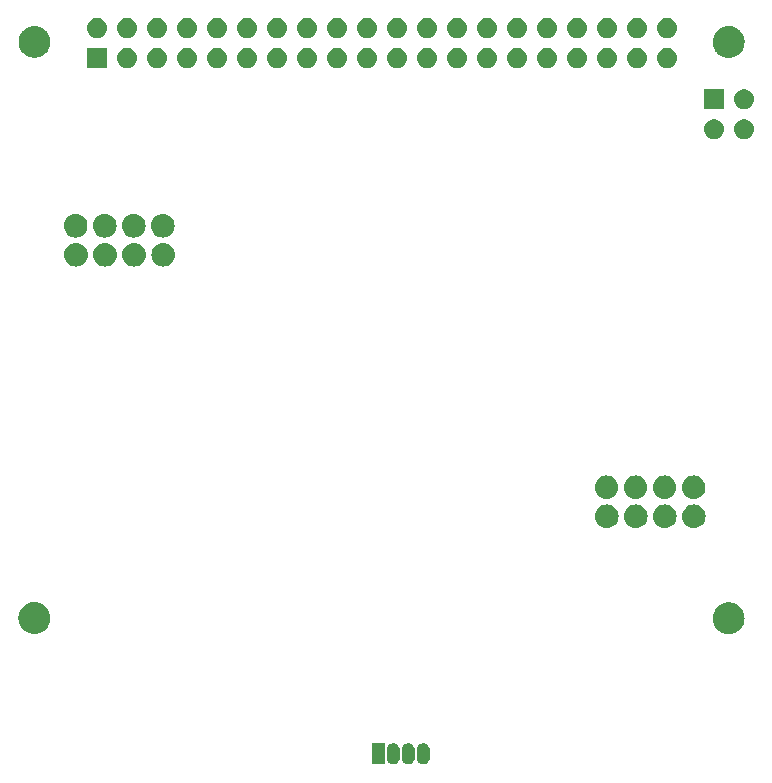
<source format=gbr>
G04 #@! TF.GenerationSoftware,KiCad,Pcbnew,8.0.2*
G04 #@! TF.CreationDate,2024-06-19T11:25:55-04:00*
G04 #@! TF.ProjectId,StringsVR-PiHat,53747269-6e67-4735-9652-2d5069486174,1*
G04 #@! TF.SameCoordinates,Original*
G04 #@! TF.FileFunction,Soldermask,Bot*
G04 #@! TF.FilePolarity,Negative*
%FSLAX46Y46*%
G04 Gerber Fmt 4.6, Leading zero omitted, Abs format (unit mm)*
G04 Created by KiCad (PCBNEW 8.0.2) date 2024-06-19 11:25:55*
%MOMM*%
%LPD*%
G01*
G04 APERTURE LIST*
G04 APERTURE END LIST*
G36*
X147755000Y-136110000D02*
G01*
X146685000Y-136110000D01*
X146685000Y-134310000D01*
X147755000Y-134310000D01*
X147755000Y-136110000D01*
G37*
G36*
X148694736Y-134350724D02*
G01*
X148815687Y-134420556D01*
X148914444Y-134519313D01*
X148984276Y-134640264D01*
X149020423Y-134775168D01*
X149025000Y-135575000D01*
X149020423Y-135644832D01*
X148984276Y-135779736D01*
X148914444Y-135900687D01*
X148815687Y-135999444D01*
X148694736Y-136069276D01*
X148559832Y-136105423D01*
X148420168Y-136105423D01*
X148285264Y-136069276D01*
X148164313Y-135999444D01*
X148065556Y-135900687D01*
X147995724Y-135779736D01*
X147959577Y-135644832D01*
X147955000Y-134845000D01*
X147959577Y-134775168D01*
X147995724Y-134640264D01*
X148065556Y-134519313D01*
X148164313Y-134420556D01*
X148285264Y-134350724D01*
X148420168Y-134314577D01*
X148559832Y-134314577D01*
X148694736Y-134350724D01*
G37*
G36*
X149964736Y-134350724D02*
G01*
X150085687Y-134420556D01*
X150184444Y-134519313D01*
X150254276Y-134640264D01*
X150290423Y-134775168D01*
X150295000Y-135575000D01*
X150290423Y-135644832D01*
X150254276Y-135779736D01*
X150184444Y-135900687D01*
X150085687Y-135999444D01*
X149964736Y-136069276D01*
X149829832Y-136105423D01*
X149690168Y-136105423D01*
X149555264Y-136069276D01*
X149434313Y-135999444D01*
X149335556Y-135900687D01*
X149265724Y-135779736D01*
X149229577Y-135644832D01*
X149225000Y-134845000D01*
X149229577Y-134775168D01*
X149265724Y-134640264D01*
X149335556Y-134519313D01*
X149434313Y-134420556D01*
X149555264Y-134350724D01*
X149690168Y-134314577D01*
X149829832Y-134314577D01*
X149964736Y-134350724D01*
G37*
G36*
X151234736Y-134350724D02*
G01*
X151355687Y-134420556D01*
X151454444Y-134519313D01*
X151524276Y-134640264D01*
X151560423Y-134775168D01*
X151565000Y-135575000D01*
X151560423Y-135644832D01*
X151524276Y-135779736D01*
X151454444Y-135900687D01*
X151355687Y-135999444D01*
X151234736Y-136069276D01*
X151099832Y-136105423D01*
X150960168Y-136105423D01*
X150825264Y-136069276D01*
X150704313Y-135999444D01*
X150605556Y-135900687D01*
X150535724Y-135779736D01*
X150499577Y-135644832D01*
X150495000Y-134845000D01*
X150499577Y-134775168D01*
X150535724Y-134640264D01*
X150605556Y-134519313D01*
X150704313Y-134420556D01*
X150825264Y-134350724D01*
X150960168Y-134314577D01*
X151099832Y-134314577D01*
X151234736Y-134350724D01*
G37*
G36*
X176935046Y-122384816D02*
G01*
X176991463Y-122384816D01*
X177053643Y-122395192D01*
X177114425Y-122400510D01*
X177162160Y-122413300D01*
X177211356Y-122421510D01*
X177277346Y-122444164D01*
X177341727Y-122461415D01*
X177381163Y-122479804D01*
X177422205Y-122493894D01*
X177489643Y-122530389D01*
X177555000Y-122560866D01*
X177585765Y-122582407D01*
X177618267Y-122599997D01*
X177684427Y-122651492D01*
X177747763Y-122695840D01*
X177770086Y-122718163D01*
X177794190Y-122736924D01*
X177856107Y-122804184D01*
X177914160Y-122862237D01*
X177928813Y-122883164D01*
X177945178Y-122900941D01*
X177999776Y-122984510D01*
X178049134Y-123055000D01*
X178057372Y-123072666D01*
X178067109Y-123087570D01*
X178111298Y-123188312D01*
X178148585Y-123268273D01*
X178152057Y-123281234D01*
X178156657Y-123291719D01*
X178187460Y-123413359D01*
X178209490Y-123495575D01*
X178210128Y-123502873D01*
X178211384Y-123507831D01*
X178226103Y-123685467D01*
X178230000Y-123730000D01*
X178226103Y-123774536D01*
X178211384Y-123952168D01*
X178210128Y-123957125D01*
X178209490Y-123964425D01*
X178187455Y-124046657D01*
X178156657Y-124168280D01*
X178152058Y-124178763D01*
X178148585Y-124191727D01*
X178111291Y-124271703D01*
X178067109Y-124372429D01*
X178057373Y-124387330D01*
X178049134Y-124405000D01*
X177999767Y-124475503D01*
X177945178Y-124559058D01*
X177928816Y-124576831D01*
X177914160Y-124597763D01*
X177856096Y-124655826D01*
X177794190Y-124723075D01*
X177770090Y-124741832D01*
X177747763Y-124764160D01*
X177684414Y-124808516D01*
X177618267Y-124860002D01*
X177585771Y-124877587D01*
X177555000Y-124899134D01*
X177489629Y-124929616D01*
X177422205Y-124966105D01*
X177381171Y-124980191D01*
X177341727Y-124998585D01*
X177277333Y-125015839D01*
X177211356Y-125038489D01*
X177162168Y-125046697D01*
X177114425Y-125059490D01*
X177053639Y-125064808D01*
X176991463Y-125075184D01*
X176935046Y-125075184D01*
X176880000Y-125080000D01*
X176824954Y-125075184D01*
X176768537Y-125075184D01*
X176706359Y-125064808D01*
X176645575Y-125059490D01*
X176597832Y-125046697D01*
X176548643Y-125038489D01*
X176482662Y-125015837D01*
X176418273Y-124998585D01*
X176378831Y-124980193D01*
X176337794Y-124966105D01*
X176270362Y-124929613D01*
X176205000Y-124899134D01*
X176174232Y-124877590D01*
X176141732Y-124860002D01*
X176075575Y-124808509D01*
X176012237Y-124764160D01*
X175989912Y-124741835D01*
X175965809Y-124723075D01*
X175903891Y-124655814D01*
X175845840Y-124597763D01*
X175831186Y-124576835D01*
X175814821Y-124559058D01*
X175760217Y-124475482D01*
X175710866Y-124405000D01*
X175702628Y-124387335D01*
X175692890Y-124372429D01*
X175648692Y-124271667D01*
X175611415Y-124191727D01*
X175607942Y-124178769D01*
X175603342Y-124168280D01*
X175572525Y-124046589D01*
X175550510Y-123964425D01*
X175549871Y-123957131D01*
X175548615Y-123952168D01*
X175533877Y-123774320D01*
X175530000Y-123730000D01*
X175533877Y-123685683D01*
X175548615Y-123507831D01*
X175549871Y-123502867D01*
X175550510Y-123495575D01*
X175572521Y-123413427D01*
X175603342Y-123291719D01*
X175607943Y-123281228D01*
X175611415Y-123268273D01*
X175648684Y-123188348D01*
X175692890Y-123087570D01*
X175702630Y-123072661D01*
X175710866Y-123055000D01*
X175760208Y-122984531D01*
X175814821Y-122900941D01*
X175831189Y-122883159D01*
X175845840Y-122862237D01*
X175903879Y-122804197D01*
X175965809Y-122736924D01*
X175989917Y-122718159D01*
X176012237Y-122695840D01*
X176075562Y-122651499D01*
X176141732Y-122599997D01*
X176174238Y-122582405D01*
X176205000Y-122560866D01*
X176270349Y-122530392D01*
X176337794Y-122493894D01*
X176378839Y-122479803D01*
X176418273Y-122461415D01*
X176482648Y-122444165D01*
X176548643Y-122421510D01*
X176597840Y-122413300D01*
X176645575Y-122400510D01*
X176706355Y-122395192D01*
X176768537Y-122384816D01*
X176824954Y-122384816D01*
X176880000Y-122380000D01*
X176935046Y-122384816D01*
G37*
G36*
X118155046Y-122364816D02*
G01*
X118211463Y-122364816D01*
X118273643Y-122375192D01*
X118334425Y-122380510D01*
X118382160Y-122393300D01*
X118431356Y-122401510D01*
X118497346Y-122424164D01*
X118561727Y-122441415D01*
X118601163Y-122459804D01*
X118642205Y-122473894D01*
X118709643Y-122510389D01*
X118775000Y-122540866D01*
X118805765Y-122562407D01*
X118838267Y-122579997D01*
X118904427Y-122631492D01*
X118967763Y-122675840D01*
X118990086Y-122698163D01*
X119014190Y-122716924D01*
X119076107Y-122784184D01*
X119134160Y-122842237D01*
X119148813Y-122863164D01*
X119165178Y-122880941D01*
X119219776Y-122964510D01*
X119269134Y-123035000D01*
X119277372Y-123052666D01*
X119287109Y-123067570D01*
X119331298Y-123168312D01*
X119368585Y-123248273D01*
X119372057Y-123261234D01*
X119376657Y-123271719D01*
X119407460Y-123393359D01*
X119429490Y-123475575D01*
X119430128Y-123482873D01*
X119431384Y-123487831D01*
X119446103Y-123665467D01*
X119450000Y-123710000D01*
X119446103Y-123754536D01*
X119431384Y-123932168D01*
X119430128Y-123937125D01*
X119429490Y-123944425D01*
X119407455Y-124026657D01*
X119376657Y-124148280D01*
X119372058Y-124158763D01*
X119368585Y-124171727D01*
X119331291Y-124251703D01*
X119287109Y-124352429D01*
X119277373Y-124367330D01*
X119269134Y-124385000D01*
X119219767Y-124455503D01*
X119165178Y-124539058D01*
X119148816Y-124556831D01*
X119134160Y-124577763D01*
X119076096Y-124635826D01*
X119014190Y-124703075D01*
X118990090Y-124721832D01*
X118967763Y-124744160D01*
X118904414Y-124788516D01*
X118838267Y-124840002D01*
X118805771Y-124857587D01*
X118775000Y-124879134D01*
X118709629Y-124909616D01*
X118642205Y-124946105D01*
X118601171Y-124960191D01*
X118561727Y-124978585D01*
X118497333Y-124995839D01*
X118431356Y-125018489D01*
X118382168Y-125026697D01*
X118334425Y-125039490D01*
X118273639Y-125044808D01*
X118211463Y-125055184D01*
X118155046Y-125055184D01*
X118100000Y-125060000D01*
X118044954Y-125055184D01*
X117988537Y-125055184D01*
X117926359Y-125044808D01*
X117865575Y-125039490D01*
X117817832Y-125026697D01*
X117768643Y-125018489D01*
X117702662Y-124995837D01*
X117638273Y-124978585D01*
X117598831Y-124960193D01*
X117557794Y-124946105D01*
X117490362Y-124909613D01*
X117425000Y-124879134D01*
X117394232Y-124857590D01*
X117361732Y-124840002D01*
X117295575Y-124788509D01*
X117232237Y-124744160D01*
X117209912Y-124721835D01*
X117185809Y-124703075D01*
X117123891Y-124635814D01*
X117065840Y-124577763D01*
X117051186Y-124556835D01*
X117034821Y-124539058D01*
X116980217Y-124455482D01*
X116930866Y-124385000D01*
X116922628Y-124367335D01*
X116912890Y-124352429D01*
X116868692Y-124251667D01*
X116831415Y-124171727D01*
X116827942Y-124158769D01*
X116823342Y-124148280D01*
X116792525Y-124026589D01*
X116770510Y-123944425D01*
X116769871Y-123937131D01*
X116768615Y-123932168D01*
X116753877Y-123754320D01*
X116750000Y-123710000D01*
X116753877Y-123665683D01*
X116768615Y-123487831D01*
X116769871Y-123482867D01*
X116770510Y-123475575D01*
X116792521Y-123393427D01*
X116823342Y-123271719D01*
X116827943Y-123261228D01*
X116831415Y-123248273D01*
X116868684Y-123168348D01*
X116912890Y-123067570D01*
X116922630Y-123052661D01*
X116930866Y-123035000D01*
X116980208Y-122964531D01*
X117034821Y-122880941D01*
X117051189Y-122863159D01*
X117065840Y-122842237D01*
X117123879Y-122784197D01*
X117185809Y-122716924D01*
X117209917Y-122698159D01*
X117232237Y-122675840D01*
X117295562Y-122631499D01*
X117361732Y-122579997D01*
X117394238Y-122562405D01*
X117425000Y-122540866D01*
X117490349Y-122510392D01*
X117557794Y-122473894D01*
X117598839Y-122459803D01*
X117638273Y-122441415D01*
X117702648Y-122424165D01*
X117768643Y-122401510D01*
X117817840Y-122393300D01*
X117865575Y-122380510D01*
X117926355Y-122375192D01*
X117988537Y-122364816D01*
X118044954Y-122364816D01*
X118100000Y-122360000D01*
X118155046Y-122364816D01*
G37*
G36*
X166755090Y-114129215D02*
G01*
X166942683Y-114186120D01*
X167115570Y-114278530D01*
X167267107Y-114402893D01*
X167391470Y-114554430D01*
X167483880Y-114727317D01*
X167540785Y-114914910D01*
X167560000Y-115110000D01*
X167540785Y-115305090D01*
X167483880Y-115492683D01*
X167391470Y-115665570D01*
X167267107Y-115817107D01*
X167115570Y-115941470D01*
X166942683Y-116033880D01*
X166755090Y-116090785D01*
X166560000Y-116110000D01*
X166364910Y-116090785D01*
X166177317Y-116033880D01*
X166004430Y-115941470D01*
X165852893Y-115817107D01*
X165728530Y-115665570D01*
X165636120Y-115492683D01*
X165579215Y-115305090D01*
X165560000Y-115110000D01*
X165579215Y-114914910D01*
X165636120Y-114727317D01*
X165728530Y-114554430D01*
X165852893Y-114402893D01*
X166004430Y-114278530D01*
X166177317Y-114186120D01*
X166364910Y-114129215D01*
X166560000Y-114110000D01*
X166755090Y-114129215D01*
G37*
G36*
X169215090Y-114129215D02*
G01*
X169402683Y-114186120D01*
X169575570Y-114278530D01*
X169727107Y-114402893D01*
X169851470Y-114554430D01*
X169943880Y-114727317D01*
X170000785Y-114914910D01*
X170020000Y-115110000D01*
X170000785Y-115305090D01*
X169943880Y-115492683D01*
X169851470Y-115665570D01*
X169727107Y-115817107D01*
X169575570Y-115941470D01*
X169402683Y-116033880D01*
X169215090Y-116090785D01*
X169020000Y-116110000D01*
X168824910Y-116090785D01*
X168637317Y-116033880D01*
X168464430Y-115941470D01*
X168312893Y-115817107D01*
X168188530Y-115665570D01*
X168096120Y-115492683D01*
X168039215Y-115305090D01*
X168020000Y-115110000D01*
X168039215Y-114914910D01*
X168096120Y-114727317D01*
X168188530Y-114554430D01*
X168312893Y-114402893D01*
X168464430Y-114278530D01*
X168637317Y-114186120D01*
X168824910Y-114129215D01*
X169020000Y-114110000D01*
X169215090Y-114129215D01*
G37*
G36*
X171675090Y-114129215D02*
G01*
X171862683Y-114186120D01*
X172035570Y-114278530D01*
X172187107Y-114402893D01*
X172311470Y-114554430D01*
X172403880Y-114727317D01*
X172460785Y-114914910D01*
X172480000Y-115110000D01*
X172460785Y-115305090D01*
X172403880Y-115492683D01*
X172311470Y-115665570D01*
X172187107Y-115817107D01*
X172035570Y-115941470D01*
X171862683Y-116033880D01*
X171675090Y-116090785D01*
X171480000Y-116110000D01*
X171284910Y-116090785D01*
X171097317Y-116033880D01*
X170924430Y-115941470D01*
X170772893Y-115817107D01*
X170648530Y-115665570D01*
X170556120Y-115492683D01*
X170499215Y-115305090D01*
X170480000Y-115110000D01*
X170499215Y-114914910D01*
X170556120Y-114727317D01*
X170648530Y-114554430D01*
X170772893Y-114402893D01*
X170924430Y-114278530D01*
X171097317Y-114186120D01*
X171284910Y-114129215D01*
X171480000Y-114110000D01*
X171675090Y-114129215D01*
G37*
G36*
X174135090Y-114129215D02*
G01*
X174322683Y-114186120D01*
X174495570Y-114278530D01*
X174647107Y-114402893D01*
X174771470Y-114554430D01*
X174863880Y-114727317D01*
X174920785Y-114914910D01*
X174940000Y-115110000D01*
X174920785Y-115305090D01*
X174863880Y-115492683D01*
X174771470Y-115665570D01*
X174647107Y-115817107D01*
X174495570Y-115941470D01*
X174322683Y-116033880D01*
X174135090Y-116090785D01*
X173940000Y-116110000D01*
X173744910Y-116090785D01*
X173557317Y-116033880D01*
X173384430Y-115941470D01*
X173232893Y-115817107D01*
X173108530Y-115665570D01*
X173016120Y-115492683D01*
X172959215Y-115305090D01*
X172940000Y-115110000D01*
X172959215Y-114914910D01*
X173016120Y-114727317D01*
X173108530Y-114554430D01*
X173232893Y-114402893D01*
X173384430Y-114278530D01*
X173557317Y-114186120D01*
X173744910Y-114129215D01*
X173940000Y-114110000D01*
X174135090Y-114129215D01*
G37*
G36*
X166735090Y-111669215D02*
G01*
X166922683Y-111726120D01*
X167095570Y-111818530D01*
X167247107Y-111942893D01*
X167371470Y-112094430D01*
X167463880Y-112267317D01*
X167520785Y-112454910D01*
X167540000Y-112650000D01*
X167520785Y-112845090D01*
X167463880Y-113032683D01*
X167371470Y-113205570D01*
X167247107Y-113357107D01*
X167095570Y-113481470D01*
X166922683Y-113573880D01*
X166735090Y-113630785D01*
X166540000Y-113650000D01*
X166344910Y-113630785D01*
X166157317Y-113573880D01*
X165984430Y-113481470D01*
X165832893Y-113357107D01*
X165708530Y-113205570D01*
X165616120Y-113032683D01*
X165559215Y-112845090D01*
X165540000Y-112650000D01*
X165559215Y-112454910D01*
X165616120Y-112267317D01*
X165708530Y-112094430D01*
X165832893Y-111942893D01*
X165984430Y-111818530D01*
X166157317Y-111726120D01*
X166344910Y-111669215D01*
X166540000Y-111650000D01*
X166735090Y-111669215D01*
G37*
G36*
X169195090Y-111669215D02*
G01*
X169382683Y-111726120D01*
X169555570Y-111818530D01*
X169707107Y-111942893D01*
X169831470Y-112094430D01*
X169923880Y-112267317D01*
X169980785Y-112454910D01*
X170000000Y-112650000D01*
X169980785Y-112845090D01*
X169923880Y-113032683D01*
X169831470Y-113205570D01*
X169707107Y-113357107D01*
X169555570Y-113481470D01*
X169382683Y-113573880D01*
X169195090Y-113630785D01*
X169000000Y-113650000D01*
X168804910Y-113630785D01*
X168617317Y-113573880D01*
X168444430Y-113481470D01*
X168292893Y-113357107D01*
X168168530Y-113205570D01*
X168076120Y-113032683D01*
X168019215Y-112845090D01*
X168000000Y-112650000D01*
X168019215Y-112454910D01*
X168076120Y-112267317D01*
X168168530Y-112094430D01*
X168292893Y-111942893D01*
X168444430Y-111818530D01*
X168617317Y-111726120D01*
X168804910Y-111669215D01*
X169000000Y-111650000D01*
X169195090Y-111669215D01*
G37*
G36*
X171655090Y-111669215D02*
G01*
X171842683Y-111726120D01*
X172015570Y-111818530D01*
X172167107Y-111942893D01*
X172291470Y-112094430D01*
X172383880Y-112267317D01*
X172440785Y-112454910D01*
X172460000Y-112650000D01*
X172440785Y-112845090D01*
X172383880Y-113032683D01*
X172291470Y-113205570D01*
X172167107Y-113357107D01*
X172015570Y-113481470D01*
X171842683Y-113573880D01*
X171655090Y-113630785D01*
X171460000Y-113650000D01*
X171264910Y-113630785D01*
X171077317Y-113573880D01*
X170904430Y-113481470D01*
X170752893Y-113357107D01*
X170628530Y-113205570D01*
X170536120Y-113032683D01*
X170479215Y-112845090D01*
X170460000Y-112650000D01*
X170479215Y-112454910D01*
X170536120Y-112267317D01*
X170628530Y-112094430D01*
X170752893Y-111942893D01*
X170904430Y-111818530D01*
X171077317Y-111726120D01*
X171264910Y-111669215D01*
X171460000Y-111650000D01*
X171655090Y-111669215D01*
G37*
G36*
X174115090Y-111669215D02*
G01*
X174302683Y-111726120D01*
X174475570Y-111818530D01*
X174627107Y-111942893D01*
X174751470Y-112094430D01*
X174843880Y-112267317D01*
X174900785Y-112454910D01*
X174920000Y-112650000D01*
X174900785Y-112845090D01*
X174843880Y-113032683D01*
X174751470Y-113205570D01*
X174627107Y-113357107D01*
X174475570Y-113481470D01*
X174302683Y-113573880D01*
X174115090Y-113630785D01*
X173920000Y-113650000D01*
X173724910Y-113630785D01*
X173537317Y-113573880D01*
X173364430Y-113481470D01*
X173212893Y-113357107D01*
X173088530Y-113205570D01*
X172996120Y-113032683D01*
X172939215Y-112845090D01*
X172920000Y-112650000D01*
X172939215Y-112454910D01*
X172996120Y-112267317D01*
X173088530Y-112094430D01*
X173212893Y-111942893D01*
X173364430Y-111818530D01*
X173537317Y-111726120D01*
X173724910Y-111669215D01*
X173920000Y-111650000D01*
X174115090Y-111669215D01*
G37*
G36*
X121815090Y-91989215D02*
G01*
X122002683Y-92046120D01*
X122175570Y-92138530D01*
X122327107Y-92262893D01*
X122451470Y-92414430D01*
X122543880Y-92587317D01*
X122600785Y-92774910D01*
X122620000Y-92970000D01*
X122600785Y-93165090D01*
X122543880Y-93352683D01*
X122451470Y-93525570D01*
X122327107Y-93677107D01*
X122175570Y-93801470D01*
X122002683Y-93893880D01*
X121815090Y-93950785D01*
X121620000Y-93970000D01*
X121424910Y-93950785D01*
X121237317Y-93893880D01*
X121064430Y-93801470D01*
X120912893Y-93677107D01*
X120788530Y-93525570D01*
X120696120Y-93352683D01*
X120639215Y-93165090D01*
X120620000Y-92970000D01*
X120639215Y-92774910D01*
X120696120Y-92587317D01*
X120788530Y-92414430D01*
X120912893Y-92262893D01*
X121064430Y-92138530D01*
X121237317Y-92046120D01*
X121424910Y-91989215D01*
X121620000Y-91970000D01*
X121815090Y-91989215D01*
G37*
G36*
X124275090Y-91989215D02*
G01*
X124462683Y-92046120D01*
X124635570Y-92138530D01*
X124787107Y-92262893D01*
X124911470Y-92414430D01*
X125003880Y-92587317D01*
X125060785Y-92774910D01*
X125080000Y-92970000D01*
X125060785Y-93165090D01*
X125003880Y-93352683D01*
X124911470Y-93525570D01*
X124787107Y-93677107D01*
X124635570Y-93801470D01*
X124462683Y-93893880D01*
X124275090Y-93950785D01*
X124080000Y-93970000D01*
X123884910Y-93950785D01*
X123697317Y-93893880D01*
X123524430Y-93801470D01*
X123372893Y-93677107D01*
X123248530Y-93525570D01*
X123156120Y-93352683D01*
X123099215Y-93165090D01*
X123080000Y-92970000D01*
X123099215Y-92774910D01*
X123156120Y-92587317D01*
X123248530Y-92414430D01*
X123372893Y-92262893D01*
X123524430Y-92138530D01*
X123697317Y-92046120D01*
X123884910Y-91989215D01*
X124080000Y-91970000D01*
X124275090Y-91989215D01*
G37*
G36*
X126735090Y-91989215D02*
G01*
X126922683Y-92046120D01*
X127095570Y-92138530D01*
X127247107Y-92262893D01*
X127371470Y-92414430D01*
X127463880Y-92587317D01*
X127520785Y-92774910D01*
X127540000Y-92970000D01*
X127520785Y-93165090D01*
X127463880Y-93352683D01*
X127371470Y-93525570D01*
X127247107Y-93677107D01*
X127095570Y-93801470D01*
X126922683Y-93893880D01*
X126735090Y-93950785D01*
X126540000Y-93970000D01*
X126344910Y-93950785D01*
X126157317Y-93893880D01*
X125984430Y-93801470D01*
X125832893Y-93677107D01*
X125708530Y-93525570D01*
X125616120Y-93352683D01*
X125559215Y-93165090D01*
X125540000Y-92970000D01*
X125559215Y-92774910D01*
X125616120Y-92587317D01*
X125708530Y-92414430D01*
X125832893Y-92262893D01*
X125984430Y-92138530D01*
X126157317Y-92046120D01*
X126344910Y-91989215D01*
X126540000Y-91970000D01*
X126735090Y-91989215D01*
G37*
G36*
X129195090Y-91989215D02*
G01*
X129382683Y-92046120D01*
X129555570Y-92138530D01*
X129707107Y-92262893D01*
X129831470Y-92414430D01*
X129923880Y-92587317D01*
X129980785Y-92774910D01*
X130000000Y-92970000D01*
X129980785Y-93165090D01*
X129923880Y-93352683D01*
X129831470Y-93525570D01*
X129707107Y-93677107D01*
X129555570Y-93801470D01*
X129382683Y-93893880D01*
X129195090Y-93950785D01*
X129000000Y-93970000D01*
X128804910Y-93950785D01*
X128617317Y-93893880D01*
X128444430Y-93801470D01*
X128292893Y-93677107D01*
X128168530Y-93525570D01*
X128076120Y-93352683D01*
X128019215Y-93165090D01*
X128000000Y-92970000D01*
X128019215Y-92774910D01*
X128076120Y-92587317D01*
X128168530Y-92414430D01*
X128292893Y-92262893D01*
X128444430Y-92138530D01*
X128617317Y-92046120D01*
X128804910Y-91989215D01*
X129000000Y-91970000D01*
X129195090Y-91989215D01*
G37*
G36*
X121795090Y-89529215D02*
G01*
X121982683Y-89586120D01*
X122155570Y-89678530D01*
X122307107Y-89802893D01*
X122431470Y-89954430D01*
X122523880Y-90127317D01*
X122580785Y-90314910D01*
X122600000Y-90510000D01*
X122580785Y-90705090D01*
X122523880Y-90892683D01*
X122431470Y-91065570D01*
X122307107Y-91217107D01*
X122155570Y-91341470D01*
X121982683Y-91433880D01*
X121795090Y-91490785D01*
X121600000Y-91510000D01*
X121404910Y-91490785D01*
X121217317Y-91433880D01*
X121044430Y-91341470D01*
X120892893Y-91217107D01*
X120768530Y-91065570D01*
X120676120Y-90892683D01*
X120619215Y-90705090D01*
X120600000Y-90510000D01*
X120619215Y-90314910D01*
X120676120Y-90127317D01*
X120768530Y-89954430D01*
X120892893Y-89802893D01*
X121044430Y-89678530D01*
X121217317Y-89586120D01*
X121404910Y-89529215D01*
X121600000Y-89510000D01*
X121795090Y-89529215D01*
G37*
G36*
X124255090Y-89529215D02*
G01*
X124442683Y-89586120D01*
X124615570Y-89678530D01*
X124767107Y-89802893D01*
X124891470Y-89954430D01*
X124983880Y-90127317D01*
X125040785Y-90314910D01*
X125060000Y-90510000D01*
X125040785Y-90705090D01*
X124983880Y-90892683D01*
X124891470Y-91065570D01*
X124767107Y-91217107D01*
X124615570Y-91341470D01*
X124442683Y-91433880D01*
X124255090Y-91490785D01*
X124060000Y-91510000D01*
X123864910Y-91490785D01*
X123677317Y-91433880D01*
X123504430Y-91341470D01*
X123352893Y-91217107D01*
X123228530Y-91065570D01*
X123136120Y-90892683D01*
X123079215Y-90705090D01*
X123060000Y-90510000D01*
X123079215Y-90314910D01*
X123136120Y-90127317D01*
X123228530Y-89954430D01*
X123352893Y-89802893D01*
X123504430Y-89678530D01*
X123677317Y-89586120D01*
X123864910Y-89529215D01*
X124060000Y-89510000D01*
X124255090Y-89529215D01*
G37*
G36*
X126715090Y-89529215D02*
G01*
X126902683Y-89586120D01*
X127075570Y-89678530D01*
X127227107Y-89802893D01*
X127351470Y-89954430D01*
X127443880Y-90127317D01*
X127500785Y-90314910D01*
X127520000Y-90510000D01*
X127500785Y-90705090D01*
X127443880Y-90892683D01*
X127351470Y-91065570D01*
X127227107Y-91217107D01*
X127075570Y-91341470D01*
X126902683Y-91433880D01*
X126715090Y-91490785D01*
X126520000Y-91510000D01*
X126324910Y-91490785D01*
X126137317Y-91433880D01*
X125964430Y-91341470D01*
X125812893Y-91217107D01*
X125688530Y-91065570D01*
X125596120Y-90892683D01*
X125539215Y-90705090D01*
X125520000Y-90510000D01*
X125539215Y-90314910D01*
X125596120Y-90127317D01*
X125688530Y-89954430D01*
X125812893Y-89802893D01*
X125964430Y-89678530D01*
X126137317Y-89586120D01*
X126324910Y-89529215D01*
X126520000Y-89510000D01*
X126715090Y-89529215D01*
G37*
G36*
X129175090Y-89529215D02*
G01*
X129362683Y-89586120D01*
X129535570Y-89678530D01*
X129687107Y-89802893D01*
X129811470Y-89954430D01*
X129903880Y-90127317D01*
X129960785Y-90314910D01*
X129980000Y-90510000D01*
X129960785Y-90705090D01*
X129903880Y-90892683D01*
X129811470Y-91065570D01*
X129687107Y-91217107D01*
X129535570Y-91341470D01*
X129362683Y-91433880D01*
X129175090Y-91490785D01*
X128980000Y-91510000D01*
X128784910Y-91490785D01*
X128597317Y-91433880D01*
X128424430Y-91341470D01*
X128272893Y-91217107D01*
X128148530Y-91065570D01*
X128056120Y-90892683D01*
X127999215Y-90705090D01*
X127980000Y-90510000D01*
X127999215Y-90314910D01*
X128056120Y-90127317D01*
X128148530Y-89954430D01*
X128272893Y-89802893D01*
X128424430Y-89678530D01*
X128597317Y-89586120D01*
X128784910Y-89529215D01*
X128980000Y-89510000D01*
X129175090Y-89529215D01*
G37*
G36*
X175912664Y-81531602D02*
G01*
X176075000Y-81603878D01*
X176218761Y-81708327D01*
X176337664Y-81840383D01*
X176426514Y-81994274D01*
X176481425Y-82163275D01*
X176500000Y-82340000D01*
X176481425Y-82516725D01*
X176426514Y-82685726D01*
X176337664Y-82839617D01*
X176218761Y-82971673D01*
X176075000Y-83076122D01*
X175912664Y-83148398D01*
X175738849Y-83185344D01*
X175561151Y-83185344D01*
X175387336Y-83148398D01*
X175225000Y-83076122D01*
X175081239Y-82971673D01*
X174962336Y-82839617D01*
X174873486Y-82685726D01*
X174818575Y-82516725D01*
X174800000Y-82340000D01*
X174818575Y-82163275D01*
X174873486Y-81994274D01*
X174962336Y-81840383D01*
X175081239Y-81708327D01*
X175225000Y-81603878D01*
X175387336Y-81531602D01*
X175561151Y-81494656D01*
X175738849Y-81494656D01*
X175912664Y-81531602D01*
G37*
G36*
X178452664Y-81531602D02*
G01*
X178615000Y-81603878D01*
X178758761Y-81708327D01*
X178877664Y-81840383D01*
X178966514Y-81994274D01*
X179021425Y-82163275D01*
X179040000Y-82340000D01*
X179021425Y-82516725D01*
X178966514Y-82685726D01*
X178877664Y-82839617D01*
X178758761Y-82971673D01*
X178615000Y-83076122D01*
X178452664Y-83148398D01*
X178278849Y-83185344D01*
X178101151Y-83185344D01*
X177927336Y-83148398D01*
X177765000Y-83076122D01*
X177621239Y-82971673D01*
X177502336Y-82839617D01*
X177413486Y-82685726D01*
X177358575Y-82516725D01*
X177340000Y-82340000D01*
X177358575Y-82163275D01*
X177413486Y-81994274D01*
X177502336Y-81840383D01*
X177621239Y-81708327D01*
X177765000Y-81603878D01*
X177927336Y-81531602D01*
X178101151Y-81494656D01*
X178278849Y-81494656D01*
X178452664Y-81531602D01*
G37*
G36*
X176500000Y-80650000D02*
G01*
X174800000Y-80650000D01*
X174800000Y-78950000D01*
X176500000Y-78950000D01*
X176500000Y-80650000D01*
G37*
G36*
X178452664Y-78991602D02*
G01*
X178615000Y-79063878D01*
X178758761Y-79168327D01*
X178877664Y-79300383D01*
X178966514Y-79454274D01*
X179021425Y-79623275D01*
X179040000Y-79800000D01*
X179021425Y-79976725D01*
X178966514Y-80145726D01*
X178877664Y-80299617D01*
X178758761Y-80431673D01*
X178615000Y-80536122D01*
X178452664Y-80608398D01*
X178278849Y-80645344D01*
X178101151Y-80645344D01*
X177927336Y-80608398D01*
X177765000Y-80536122D01*
X177621239Y-80431673D01*
X177502336Y-80299617D01*
X177413486Y-80145726D01*
X177358575Y-79976725D01*
X177340000Y-79800000D01*
X177358575Y-79623275D01*
X177413486Y-79454274D01*
X177502336Y-79300383D01*
X177621239Y-79168327D01*
X177765000Y-79063878D01*
X177927336Y-78991602D01*
X178101151Y-78954656D01*
X178278849Y-78954656D01*
X178452664Y-78991602D01*
G37*
G36*
X124270000Y-77160000D02*
G01*
X122570000Y-77160000D01*
X122570000Y-75460000D01*
X124270000Y-75460000D01*
X124270000Y-77160000D01*
G37*
G36*
X126222664Y-75501602D02*
G01*
X126385000Y-75573878D01*
X126528761Y-75678327D01*
X126647664Y-75810383D01*
X126736514Y-75964274D01*
X126791425Y-76133275D01*
X126810000Y-76310000D01*
X126791425Y-76486725D01*
X126736514Y-76655726D01*
X126647664Y-76809617D01*
X126528761Y-76941673D01*
X126385000Y-77046122D01*
X126222664Y-77118398D01*
X126048849Y-77155344D01*
X125871151Y-77155344D01*
X125697336Y-77118398D01*
X125535000Y-77046122D01*
X125391239Y-76941673D01*
X125272336Y-76809617D01*
X125183486Y-76655726D01*
X125128575Y-76486725D01*
X125110000Y-76310000D01*
X125128575Y-76133275D01*
X125183486Y-75964274D01*
X125272336Y-75810383D01*
X125391239Y-75678327D01*
X125535000Y-75573878D01*
X125697336Y-75501602D01*
X125871151Y-75464656D01*
X126048849Y-75464656D01*
X126222664Y-75501602D01*
G37*
G36*
X128762664Y-75501602D02*
G01*
X128925000Y-75573878D01*
X129068761Y-75678327D01*
X129187664Y-75810383D01*
X129276514Y-75964274D01*
X129331425Y-76133275D01*
X129350000Y-76310000D01*
X129331425Y-76486725D01*
X129276514Y-76655726D01*
X129187664Y-76809617D01*
X129068761Y-76941673D01*
X128925000Y-77046122D01*
X128762664Y-77118398D01*
X128588849Y-77155344D01*
X128411151Y-77155344D01*
X128237336Y-77118398D01*
X128075000Y-77046122D01*
X127931239Y-76941673D01*
X127812336Y-76809617D01*
X127723486Y-76655726D01*
X127668575Y-76486725D01*
X127650000Y-76310000D01*
X127668575Y-76133275D01*
X127723486Y-75964274D01*
X127812336Y-75810383D01*
X127931239Y-75678327D01*
X128075000Y-75573878D01*
X128237336Y-75501602D01*
X128411151Y-75464656D01*
X128588849Y-75464656D01*
X128762664Y-75501602D01*
G37*
G36*
X131302664Y-75501602D02*
G01*
X131465000Y-75573878D01*
X131608761Y-75678327D01*
X131727664Y-75810383D01*
X131816514Y-75964274D01*
X131871425Y-76133275D01*
X131890000Y-76310000D01*
X131871425Y-76486725D01*
X131816514Y-76655726D01*
X131727664Y-76809617D01*
X131608761Y-76941673D01*
X131465000Y-77046122D01*
X131302664Y-77118398D01*
X131128849Y-77155344D01*
X130951151Y-77155344D01*
X130777336Y-77118398D01*
X130615000Y-77046122D01*
X130471239Y-76941673D01*
X130352336Y-76809617D01*
X130263486Y-76655726D01*
X130208575Y-76486725D01*
X130190000Y-76310000D01*
X130208575Y-76133275D01*
X130263486Y-75964274D01*
X130352336Y-75810383D01*
X130471239Y-75678327D01*
X130615000Y-75573878D01*
X130777336Y-75501602D01*
X130951151Y-75464656D01*
X131128849Y-75464656D01*
X131302664Y-75501602D01*
G37*
G36*
X133842664Y-75501602D02*
G01*
X134005000Y-75573878D01*
X134148761Y-75678327D01*
X134267664Y-75810383D01*
X134356514Y-75964274D01*
X134411425Y-76133275D01*
X134430000Y-76310000D01*
X134411425Y-76486725D01*
X134356514Y-76655726D01*
X134267664Y-76809617D01*
X134148761Y-76941673D01*
X134005000Y-77046122D01*
X133842664Y-77118398D01*
X133668849Y-77155344D01*
X133491151Y-77155344D01*
X133317336Y-77118398D01*
X133155000Y-77046122D01*
X133011239Y-76941673D01*
X132892336Y-76809617D01*
X132803486Y-76655726D01*
X132748575Y-76486725D01*
X132730000Y-76310000D01*
X132748575Y-76133275D01*
X132803486Y-75964274D01*
X132892336Y-75810383D01*
X133011239Y-75678327D01*
X133155000Y-75573878D01*
X133317336Y-75501602D01*
X133491151Y-75464656D01*
X133668849Y-75464656D01*
X133842664Y-75501602D01*
G37*
G36*
X136382664Y-75501602D02*
G01*
X136545000Y-75573878D01*
X136688761Y-75678327D01*
X136807664Y-75810383D01*
X136896514Y-75964274D01*
X136951425Y-76133275D01*
X136970000Y-76310000D01*
X136951425Y-76486725D01*
X136896514Y-76655726D01*
X136807664Y-76809617D01*
X136688761Y-76941673D01*
X136545000Y-77046122D01*
X136382664Y-77118398D01*
X136208849Y-77155344D01*
X136031151Y-77155344D01*
X135857336Y-77118398D01*
X135695000Y-77046122D01*
X135551239Y-76941673D01*
X135432336Y-76809617D01*
X135343486Y-76655726D01*
X135288575Y-76486725D01*
X135270000Y-76310000D01*
X135288575Y-76133275D01*
X135343486Y-75964274D01*
X135432336Y-75810383D01*
X135551239Y-75678327D01*
X135695000Y-75573878D01*
X135857336Y-75501602D01*
X136031151Y-75464656D01*
X136208849Y-75464656D01*
X136382664Y-75501602D01*
G37*
G36*
X138922664Y-75501602D02*
G01*
X139085000Y-75573878D01*
X139228761Y-75678327D01*
X139347664Y-75810383D01*
X139436514Y-75964274D01*
X139491425Y-76133275D01*
X139510000Y-76310000D01*
X139491425Y-76486725D01*
X139436514Y-76655726D01*
X139347664Y-76809617D01*
X139228761Y-76941673D01*
X139085000Y-77046122D01*
X138922664Y-77118398D01*
X138748849Y-77155344D01*
X138571151Y-77155344D01*
X138397336Y-77118398D01*
X138235000Y-77046122D01*
X138091239Y-76941673D01*
X137972336Y-76809617D01*
X137883486Y-76655726D01*
X137828575Y-76486725D01*
X137810000Y-76310000D01*
X137828575Y-76133275D01*
X137883486Y-75964274D01*
X137972336Y-75810383D01*
X138091239Y-75678327D01*
X138235000Y-75573878D01*
X138397336Y-75501602D01*
X138571151Y-75464656D01*
X138748849Y-75464656D01*
X138922664Y-75501602D01*
G37*
G36*
X141462664Y-75501602D02*
G01*
X141625000Y-75573878D01*
X141768761Y-75678327D01*
X141887664Y-75810383D01*
X141976514Y-75964274D01*
X142031425Y-76133275D01*
X142050000Y-76310000D01*
X142031425Y-76486725D01*
X141976514Y-76655726D01*
X141887664Y-76809617D01*
X141768761Y-76941673D01*
X141625000Y-77046122D01*
X141462664Y-77118398D01*
X141288849Y-77155344D01*
X141111151Y-77155344D01*
X140937336Y-77118398D01*
X140775000Y-77046122D01*
X140631239Y-76941673D01*
X140512336Y-76809617D01*
X140423486Y-76655726D01*
X140368575Y-76486725D01*
X140350000Y-76310000D01*
X140368575Y-76133275D01*
X140423486Y-75964274D01*
X140512336Y-75810383D01*
X140631239Y-75678327D01*
X140775000Y-75573878D01*
X140937336Y-75501602D01*
X141111151Y-75464656D01*
X141288849Y-75464656D01*
X141462664Y-75501602D01*
G37*
G36*
X144002664Y-75501602D02*
G01*
X144165000Y-75573878D01*
X144308761Y-75678327D01*
X144427664Y-75810383D01*
X144516514Y-75964274D01*
X144571425Y-76133275D01*
X144590000Y-76310000D01*
X144571425Y-76486725D01*
X144516514Y-76655726D01*
X144427664Y-76809617D01*
X144308761Y-76941673D01*
X144165000Y-77046122D01*
X144002664Y-77118398D01*
X143828849Y-77155344D01*
X143651151Y-77155344D01*
X143477336Y-77118398D01*
X143315000Y-77046122D01*
X143171239Y-76941673D01*
X143052336Y-76809617D01*
X142963486Y-76655726D01*
X142908575Y-76486725D01*
X142890000Y-76310000D01*
X142908575Y-76133275D01*
X142963486Y-75964274D01*
X143052336Y-75810383D01*
X143171239Y-75678327D01*
X143315000Y-75573878D01*
X143477336Y-75501602D01*
X143651151Y-75464656D01*
X143828849Y-75464656D01*
X144002664Y-75501602D01*
G37*
G36*
X146542664Y-75501602D02*
G01*
X146705000Y-75573878D01*
X146848761Y-75678327D01*
X146967664Y-75810383D01*
X147056514Y-75964274D01*
X147111425Y-76133275D01*
X147130000Y-76310000D01*
X147111425Y-76486725D01*
X147056514Y-76655726D01*
X146967664Y-76809617D01*
X146848761Y-76941673D01*
X146705000Y-77046122D01*
X146542664Y-77118398D01*
X146368849Y-77155344D01*
X146191151Y-77155344D01*
X146017336Y-77118398D01*
X145855000Y-77046122D01*
X145711239Y-76941673D01*
X145592336Y-76809617D01*
X145503486Y-76655726D01*
X145448575Y-76486725D01*
X145430000Y-76310000D01*
X145448575Y-76133275D01*
X145503486Y-75964274D01*
X145592336Y-75810383D01*
X145711239Y-75678327D01*
X145855000Y-75573878D01*
X146017336Y-75501602D01*
X146191151Y-75464656D01*
X146368849Y-75464656D01*
X146542664Y-75501602D01*
G37*
G36*
X149082664Y-75501602D02*
G01*
X149245000Y-75573878D01*
X149388761Y-75678327D01*
X149507664Y-75810383D01*
X149596514Y-75964274D01*
X149651425Y-76133275D01*
X149670000Y-76310000D01*
X149651425Y-76486725D01*
X149596514Y-76655726D01*
X149507664Y-76809617D01*
X149388761Y-76941673D01*
X149245000Y-77046122D01*
X149082664Y-77118398D01*
X148908849Y-77155344D01*
X148731151Y-77155344D01*
X148557336Y-77118398D01*
X148395000Y-77046122D01*
X148251239Y-76941673D01*
X148132336Y-76809617D01*
X148043486Y-76655726D01*
X147988575Y-76486725D01*
X147970000Y-76310000D01*
X147988575Y-76133275D01*
X148043486Y-75964274D01*
X148132336Y-75810383D01*
X148251239Y-75678327D01*
X148395000Y-75573878D01*
X148557336Y-75501602D01*
X148731151Y-75464656D01*
X148908849Y-75464656D01*
X149082664Y-75501602D01*
G37*
G36*
X151622664Y-75501602D02*
G01*
X151785000Y-75573878D01*
X151928761Y-75678327D01*
X152047664Y-75810383D01*
X152136514Y-75964274D01*
X152191425Y-76133275D01*
X152210000Y-76310000D01*
X152191425Y-76486725D01*
X152136514Y-76655726D01*
X152047664Y-76809617D01*
X151928761Y-76941673D01*
X151785000Y-77046122D01*
X151622664Y-77118398D01*
X151448849Y-77155344D01*
X151271151Y-77155344D01*
X151097336Y-77118398D01*
X150935000Y-77046122D01*
X150791239Y-76941673D01*
X150672336Y-76809617D01*
X150583486Y-76655726D01*
X150528575Y-76486725D01*
X150510000Y-76310000D01*
X150528575Y-76133275D01*
X150583486Y-75964274D01*
X150672336Y-75810383D01*
X150791239Y-75678327D01*
X150935000Y-75573878D01*
X151097336Y-75501602D01*
X151271151Y-75464656D01*
X151448849Y-75464656D01*
X151622664Y-75501602D01*
G37*
G36*
X154162664Y-75501602D02*
G01*
X154325000Y-75573878D01*
X154468761Y-75678327D01*
X154587664Y-75810383D01*
X154676514Y-75964274D01*
X154731425Y-76133275D01*
X154750000Y-76310000D01*
X154731425Y-76486725D01*
X154676514Y-76655726D01*
X154587664Y-76809617D01*
X154468761Y-76941673D01*
X154325000Y-77046122D01*
X154162664Y-77118398D01*
X153988849Y-77155344D01*
X153811151Y-77155344D01*
X153637336Y-77118398D01*
X153475000Y-77046122D01*
X153331239Y-76941673D01*
X153212336Y-76809617D01*
X153123486Y-76655726D01*
X153068575Y-76486725D01*
X153050000Y-76310000D01*
X153068575Y-76133275D01*
X153123486Y-75964274D01*
X153212336Y-75810383D01*
X153331239Y-75678327D01*
X153475000Y-75573878D01*
X153637336Y-75501602D01*
X153811151Y-75464656D01*
X153988849Y-75464656D01*
X154162664Y-75501602D01*
G37*
G36*
X156702664Y-75501602D02*
G01*
X156865000Y-75573878D01*
X157008761Y-75678327D01*
X157127664Y-75810383D01*
X157216514Y-75964274D01*
X157271425Y-76133275D01*
X157290000Y-76310000D01*
X157271425Y-76486725D01*
X157216514Y-76655726D01*
X157127664Y-76809617D01*
X157008761Y-76941673D01*
X156865000Y-77046122D01*
X156702664Y-77118398D01*
X156528849Y-77155344D01*
X156351151Y-77155344D01*
X156177336Y-77118398D01*
X156015000Y-77046122D01*
X155871239Y-76941673D01*
X155752336Y-76809617D01*
X155663486Y-76655726D01*
X155608575Y-76486725D01*
X155590000Y-76310000D01*
X155608575Y-76133275D01*
X155663486Y-75964274D01*
X155752336Y-75810383D01*
X155871239Y-75678327D01*
X156015000Y-75573878D01*
X156177336Y-75501602D01*
X156351151Y-75464656D01*
X156528849Y-75464656D01*
X156702664Y-75501602D01*
G37*
G36*
X159242664Y-75501602D02*
G01*
X159405000Y-75573878D01*
X159548761Y-75678327D01*
X159667664Y-75810383D01*
X159756514Y-75964274D01*
X159811425Y-76133275D01*
X159830000Y-76310000D01*
X159811425Y-76486725D01*
X159756514Y-76655726D01*
X159667664Y-76809617D01*
X159548761Y-76941673D01*
X159405000Y-77046122D01*
X159242664Y-77118398D01*
X159068849Y-77155344D01*
X158891151Y-77155344D01*
X158717336Y-77118398D01*
X158555000Y-77046122D01*
X158411239Y-76941673D01*
X158292336Y-76809617D01*
X158203486Y-76655726D01*
X158148575Y-76486725D01*
X158130000Y-76310000D01*
X158148575Y-76133275D01*
X158203486Y-75964274D01*
X158292336Y-75810383D01*
X158411239Y-75678327D01*
X158555000Y-75573878D01*
X158717336Y-75501602D01*
X158891151Y-75464656D01*
X159068849Y-75464656D01*
X159242664Y-75501602D01*
G37*
G36*
X161782664Y-75501602D02*
G01*
X161945000Y-75573878D01*
X162088761Y-75678327D01*
X162207664Y-75810383D01*
X162296514Y-75964274D01*
X162351425Y-76133275D01*
X162370000Y-76310000D01*
X162351425Y-76486725D01*
X162296514Y-76655726D01*
X162207664Y-76809617D01*
X162088761Y-76941673D01*
X161945000Y-77046122D01*
X161782664Y-77118398D01*
X161608849Y-77155344D01*
X161431151Y-77155344D01*
X161257336Y-77118398D01*
X161095000Y-77046122D01*
X160951239Y-76941673D01*
X160832336Y-76809617D01*
X160743486Y-76655726D01*
X160688575Y-76486725D01*
X160670000Y-76310000D01*
X160688575Y-76133275D01*
X160743486Y-75964274D01*
X160832336Y-75810383D01*
X160951239Y-75678327D01*
X161095000Y-75573878D01*
X161257336Y-75501602D01*
X161431151Y-75464656D01*
X161608849Y-75464656D01*
X161782664Y-75501602D01*
G37*
G36*
X164322664Y-75501602D02*
G01*
X164485000Y-75573878D01*
X164628761Y-75678327D01*
X164747664Y-75810383D01*
X164836514Y-75964274D01*
X164891425Y-76133275D01*
X164910000Y-76310000D01*
X164891425Y-76486725D01*
X164836514Y-76655726D01*
X164747664Y-76809617D01*
X164628761Y-76941673D01*
X164485000Y-77046122D01*
X164322664Y-77118398D01*
X164148849Y-77155344D01*
X163971151Y-77155344D01*
X163797336Y-77118398D01*
X163635000Y-77046122D01*
X163491239Y-76941673D01*
X163372336Y-76809617D01*
X163283486Y-76655726D01*
X163228575Y-76486725D01*
X163210000Y-76310000D01*
X163228575Y-76133275D01*
X163283486Y-75964274D01*
X163372336Y-75810383D01*
X163491239Y-75678327D01*
X163635000Y-75573878D01*
X163797336Y-75501602D01*
X163971151Y-75464656D01*
X164148849Y-75464656D01*
X164322664Y-75501602D01*
G37*
G36*
X166862664Y-75501602D02*
G01*
X167025000Y-75573878D01*
X167168761Y-75678327D01*
X167287664Y-75810383D01*
X167376514Y-75964274D01*
X167431425Y-76133275D01*
X167450000Y-76310000D01*
X167431425Y-76486725D01*
X167376514Y-76655726D01*
X167287664Y-76809617D01*
X167168761Y-76941673D01*
X167025000Y-77046122D01*
X166862664Y-77118398D01*
X166688849Y-77155344D01*
X166511151Y-77155344D01*
X166337336Y-77118398D01*
X166175000Y-77046122D01*
X166031239Y-76941673D01*
X165912336Y-76809617D01*
X165823486Y-76655726D01*
X165768575Y-76486725D01*
X165750000Y-76310000D01*
X165768575Y-76133275D01*
X165823486Y-75964274D01*
X165912336Y-75810383D01*
X166031239Y-75678327D01*
X166175000Y-75573878D01*
X166337336Y-75501602D01*
X166511151Y-75464656D01*
X166688849Y-75464656D01*
X166862664Y-75501602D01*
G37*
G36*
X169402664Y-75501602D02*
G01*
X169565000Y-75573878D01*
X169708761Y-75678327D01*
X169827664Y-75810383D01*
X169916514Y-75964274D01*
X169971425Y-76133275D01*
X169990000Y-76310000D01*
X169971425Y-76486725D01*
X169916514Y-76655726D01*
X169827664Y-76809617D01*
X169708761Y-76941673D01*
X169565000Y-77046122D01*
X169402664Y-77118398D01*
X169228849Y-77155344D01*
X169051151Y-77155344D01*
X168877336Y-77118398D01*
X168715000Y-77046122D01*
X168571239Y-76941673D01*
X168452336Y-76809617D01*
X168363486Y-76655726D01*
X168308575Y-76486725D01*
X168290000Y-76310000D01*
X168308575Y-76133275D01*
X168363486Y-75964274D01*
X168452336Y-75810383D01*
X168571239Y-75678327D01*
X168715000Y-75573878D01*
X168877336Y-75501602D01*
X169051151Y-75464656D01*
X169228849Y-75464656D01*
X169402664Y-75501602D01*
G37*
G36*
X171942664Y-75501602D02*
G01*
X172105000Y-75573878D01*
X172248761Y-75678327D01*
X172367664Y-75810383D01*
X172456514Y-75964274D01*
X172511425Y-76133275D01*
X172530000Y-76310000D01*
X172511425Y-76486725D01*
X172456514Y-76655726D01*
X172367664Y-76809617D01*
X172248761Y-76941673D01*
X172105000Y-77046122D01*
X171942664Y-77118398D01*
X171768849Y-77155344D01*
X171591151Y-77155344D01*
X171417336Y-77118398D01*
X171255000Y-77046122D01*
X171111239Y-76941673D01*
X170992336Y-76809617D01*
X170903486Y-76655726D01*
X170848575Y-76486725D01*
X170830000Y-76310000D01*
X170848575Y-76133275D01*
X170903486Y-75964274D01*
X170992336Y-75810383D01*
X171111239Y-75678327D01*
X171255000Y-75573878D01*
X171417336Y-75501602D01*
X171591151Y-75464656D01*
X171768849Y-75464656D01*
X171942664Y-75501602D01*
G37*
G36*
X176945046Y-73594816D02*
G01*
X177001463Y-73594816D01*
X177063643Y-73605192D01*
X177124425Y-73610510D01*
X177172160Y-73623300D01*
X177221356Y-73631510D01*
X177287346Y-73654164D01*
X177351727Y-73671415D01*
X177391163Y-73689804D01*
X177432205Y-73703894D01*
X177499643Y-73740389D01*
X177565000Y-73770866D01*
X177595765Y-73792407D01*
X177628267Y-73809997D01*
X177694427Y-73861492D01*
X177757763Y-73905840D01*
X177780086Y-73928163D01*
X177804190Y-73946924D01*
X177866107Y-74014184D01*
X177924160Y-74072237D01*
X177938813Y-74093164D01*
X177955178Y-74110941D01*
X178009776Y-74194510D01*
X178059134Y-74265000D01*
X178067372Y-74282666D01*
X178077109Y-74297570D01*
X178121298Y-74398312D01*
X178158585Y-74478273D01*
X178162057Y-74491234D01*
X178166657Y-74501719D01*
X178197460Y-74623359D01*
X178219490Y-74705575D01*
X178220128Y-74712873D01*
X178221384Y-74717831D01*
X178236103Y-74895467D01*
X178240000Y-74940000D01*
X178236103Y-74984536D01*
X178221384Y-75162168D01*
X178220128Y-75167125D01*
X178219490Y-75174425D01*
X178197455Y-75256657D01*
X178166657Y-75378280D01*
X178162058Y-75388763D01*
X178158585Y-75401727D01*
X178121291Y-75481703D01*
X178077109Y-75582429D01*
X178067373Y-75597330D01*
X178059134Y-75615000D01*
X178009767Y-75685503D01*
X177955178Y-75769058D01*
X177938816Y-75786831D01*
X177924160Y-75807763D01*
X177866096Y-75865826D01*
X177804190Y-75933075D01*
X177780090Y-75951832D01*
X177757763Y-75974160D01*
X177694414Y-76018516D01*
X177628267Y-76070002D01*
X177595771Y-76087587D01*
X177565000Y-76109134D01*
X177499629Y-76139616D01*
X177432205Y-76176105D01*
X177391171Y-76190191D01*
X177351727Y-76208585D01*
X177287333Y-76225839D01*
X177221356Y-76248489D01*
X177172168Y-76256697D01*
X177124425Y-76269490D01*
X177063639Y-76274808D01*
X177001463Y-76285184D01*
X176945046Y-76285184D01*
X176890000Y-76290000D01*
X176834954Y-76285184D01*
X176778537Y-76285184D01*
X176716359Y-76274808D01*
X176655575Y-76269490D01*
X176607832Y-76256697D01*
X176558643Y-76248489D01*
X176492662Y-76225837D01*
X176428273Y-76208585D01*
X176388831Y-76190193D01*
X176347794Y-76176105D01*
X176280362Y-76139613D01*
X176215000Y-76109134D01*
X176184232Y-76087590D01*
X176151732Y-76070002D01*
X176085575Y-76018509D01*
X176022237Y-75974160D01*
X175999912Y-75951835D01*
X175975809Y-75933075D01*
X175913891Y-75865814D01*
X175855840Y-75807763D01*
X175841186Y-75786835D01*
X175824821Y-75769058D01*
X175770217Y-75685482D01*
X175720866Y-75615000D01*
X175712628Y-75597335D01*
X175702890Y-75582429D01*
X175658692Y-75481667D01*
X175621415Y-75401727D01*
X175617942Y-75388769D01*
X175613342Y-75378280D01*
X175582525Y-75256589D01*
X175560510Y-75174425D01*
X175559871Y-75167131D01*
X175558615Y-75162168D01*
X175543877Y-74984320D01*
X175540000Y-74940000D01*
X175543877Y-74895683D01*
X175558615Y-74717831D01*
X175559871Y-74712867D01*
X175560510Y-74705575D01*
X175582521Y-74623427D01*
X175613342Y-74501719D01*
X175617943Y-74491228D01*
X175621415Y-74478273D01*
X175658684Y-74398348D01*
X175702890Y-74297570D01*
X175712630Y-74282661D01*
X175720866Y-74265000D01*
X175770208Y-74194531D01*
X175824821Y-74110941D01*
X175841189Y-74093159D01*
X175855840Y-74072237D01*
X175913879Y-74014197D01*
X175975809Y-73946924D01*
X175999917Y-73928159D01*
X176022237Y-73905840D01*
X176085562Y-73861499D01*
X176151732Y-73809997D01*
X176184238Y-73792405D01*
X176215000Y-73770866D01*
X176280349Y-73740392D01*
X176347794Y-73703894D01*
X176388839Y-73689803D01*
X176428273Y-73671415D01*
X176492648Y-73654165D01*
X176558643Y-73631510D01*
X176607840Y-73623300D01*
X176655575Y-73610510D01*
X176716355Y-73605192D01*
X176778537Y-73594816D01*
X176834954Y-73594816D01*
X176890000Y-73590000D01*
X176945046Y-73594816D01*
G37*
G36*
X118165046Y-73584816D02*
G01*
X118221463Y-73584816D01*
X118283643Y-73595192D01*
X118344425Y-73600510D01*
X118392160Y-73613300D01*
X118441356Y-73621510D01*
X118507346Y-73644164D01*
X118571727Y-73661415D01*
X118611163Y-73679804D01*
X118652205Y-73693894D01*
X118719643Y-73730389D01*
X118785000Y-73760866D01*
X118815765Y-73782407D01*
X118848267Y-73799997D01*
X118914427Y-73851492D01*
X118977763Y-73895840D01*
X119000086Y-73918163D01*
X119024190Y-73936924D01*
X119086107Y-74004184D01*
X119144160Y-74062237D01*
X119158813Y-74083164D01*
X119175178Y-74100941D01*
X119229776Y-74184510D01*
X119279134Y-74255000D01*
X119287372Y-74272666D01*
X119297109Y-74287570D01*
X119341298Y-74388312D01*
X119378585Y-74468273D01*
X119382057Y-74481234D01*
X119386657Y-74491719D01*
X119417460Y-74613359D01*
X119439490Y-74695575D01*
X119440128Y-74702873D01*
X119441384Y-74707831D01*
X119456103Y-74885467D01*
X119460000Y-74930000D01*
X119456103Y-74974536D01*
X119441384Y-75152168D01*
X119440128Y-75157125D01*
X119439490Y-75164425D01*
X119417455Y-75246657D01*
X119386657Y-75368280D01*
X119382058Y-75378763D01*
X119378585Y-75391727D01*
X119341291Y-75471703D01*
X119297109Y-75572429D01*
X119287373Y-75587330D01*
X119279134Y-75605000D01*
X119229767Y-75675503D01*
X119175178Y-75759058D01*
X119158816Y-75776831D01*
X119144160Y-75797763D01*
X119086096Y-75855826D01*
X119024190Y-75923075D01*
X119000090Y-75941832D01*
X118977763Y-75964160D01*
X118914414Y-76008516D01*
X118848267Y-76060002D01*
X118815771Y-76077587D01*
X118785000Y-76099134D01*
X118719629Y-76129616D01*
X118652205Y-76166105D01*
X118611171Y-76180191D01*
X118571727Y-76198585D01*
X118507333Y-76215839D01*
X118441356Y-76238489D01*
X118392168Y-76246697D01*
X118344425Y-76259490D01*
X118283639Y-76264808D01*
X118221463Y-76275184D01*
X118165046Y-76275184D01*
X118110000Y-76280000D01*
X118054954Y-76275184D01*
X117998537Y-76275184D01*
X117936359Y-76264808D01*
X117875575Y-76259490D01*
X117827832Y-76246697D01*
X117778643Y-76238489D01*
X117712662Y-76215837D01*
X117648273Y-76198585D01*
X117608831Y-76180193D01*
X117567794Y-76166105D01*
X117500362Y-76129613D01*
X117435000Y-76099134D01*
X117404232Y-76077590D01*
X117371732Y-76060002D01*
X117305575Y-76008509D01*
X117242237Y-75964160D01*
X117219912Y-75941835D01*
X117195809Y-75923075D01*
X117133891Y-75855814D01*
X117075840Y-75797763D01*
X117061186Y-75776835D01*
X117044821Y-75759058D01*
X116990217Y-75675482D01*
X116940866Y-75605000D01*
X116932628Y-75587335D01*
X116922890Y-75572429D01*
X116878692Y-75471667D01*
X116841415Y-75391727D01*
X116837942Y-75378769D01*
X116833342Y-75368280D01*
X116802525Y-75246589D01*
X116780510Y-75164425D01*
X116779871Y-75157131D01*
X116778615Y-75152168D01*
X116763877Y-74974320D01*
X116760000Y-74930000D01*
X116763877Y-74885683D01*
X116778615Y-74707831D01*
X116779871Y-74702867D01*
X116780510Y-74695575D01*
X116802521Y-74613427D01*
X116833342Y-74491719D01*
X116837943Y-74481228D01*
X116841415Y-74468273D01*
X116878684Y-74388348D01*
X116922890Y-74287570D01*
X116932630Y-74272661D01*
X116940866Y-74255000D01*
X116990208Y-74184531D01*
X117044821Y-74100941D01*
X117061189Y-74083159D01*
X117075840Y-74062237D01*
X117133879Y-74004197D01*
X117195809Y-73936924D01*
X117219917Y-73918159D01*
X117242237Y-73895840D01*
X117305562Y-73851499D01*
X117371732Y-73799997D01*
X117404238Y-73782405D01*
X117435000Y-73760866D01*
X117500349Y-73730392D01*
X117567794Y-73693894D01*
X117608839Y-73679803D01*
X117648273Y-73661415D01*
X117712648Y-73644165D01*
X117778643Y-73621510D01*
X117827840Y-73613300D01*
X117875575Y-73600510D01*
X117936355Y-73595192D01*
X117998537Y-73584816D01*
X118054954Y-73584816D01*
X118110000Y-73580000D01*
X118165046Y-73584816D01*
G37*
G36*
X123682664Y-72961602D02*
G01*
X123845000Y-73033878D01*
X123988761Y-73138327D01*
X124107664Y-73270383D01*
X124196514Y-73424274D01*
X124251425Y-73593275D01*
X124270000Y-73770000D01*
X124251425Y-73946725D01*
X124196514Y-74115726D01*
X124107664Y-74269617D01*
X123988761Y-74401673D01*
X123845000Y-74506122D01*
X123682664Y-74578398D01*
X123508849Y-74615344D01*
X123331151Y-74615344D01*
X123157336Y-74578398D01*
X122995000Y-74506122D01*
X122851239Y-74401673D01*
X122732336Y-74269617D01*
X122643486Y-74115726D01*
X122588575Y-73946725D01*
X122570000Y-73770000D01*
X122588575Y-73593275D01*
X122643486Y-73424274D01*
X122732336Y-73270383D01*
X122851239Y-73138327D01*
X122995000Y-73033878D01*
X123157336Y-72961602D01*
X123331151Y-72924656D01*
X123508849Y-72924656D01*
X123682664Y-72961602D01*
G37*
G36*
X126222664Y-72961602D02*
G01*
X126385000Y-73033878D01*
X126528761Y-73138327D01*
X126647664Y-73270383D01*
X126736514Y-73424274D01*
X126791425Y-73593275D01*
X126810000Y-73770000D01*
X126791425Y-73946725D01*
X126736514Y-74115726D01*
X126647664Y-74269617D01*
X126528761Y-74401673D01*
X126385000Y-74506122D01*
X126222664Y-74578398D01*
X126048849Y-74615344D01*
X125871151Y-74615344D01*
X125697336Y-74578398D01*
X125535000Y-74506122D01*
X125391239Y-74401673D01*
X125272336Y-74269617D01*
X125183486Y-74115726D01*
X125128575Y-73946725D01*
X125110000Y-73770000D01*
X125128575Y-73593275D01*
X125183486Y-73424274D01*
X125272336Y-73270383D01*
X125391239Y-73138327D01*
X125535000Y-73033878D01*
X125697336Y-72961602D01*
X125871151Y-72924656D01*
X126048849Y-72924656D01*
X126222664Y-72961602D01*
G37*
G36*
X128762664Y-72961602D02*
G01*
X128925000Y-73033878D01*
X129068761Y-73138327D01*
X129187664Y-73270383D01*
X129276514Y-73424274D01*
X129331425Y-73593275D01*
X129350000Y-73770000D01*
X129331425Y-73946725D01*
X129276514Y-74115726D01*
X129187664Y-74269617D01*
X129068761Y-74401673D01*
X128925000Y-74506122D01*
X128762664Y-74578398D01*
X128588849Y-74615344D01*
X128411151Y-74615344D01*
X128237336Y-74578398D01*
X128075000Y-74506122D01*
X127931239Y-74401673D01*
X127812336Y-74269617D01*
X127723486Y-74115726D01*
X127668575Y-73946725D01*
X127650000Y-73770000D01*
X127668575Y-73593275D01*
X127723486Y-73424274D01*
X127812336Y-73270383D01*
X127931239Y-73138327D01*
X128075000Y-73033878D01*
X128237336Y-72961602D01*
X128411151Y-72924656D01*
X128588849Y-72924656D01*
X128762664Y-72961602D01*
G37*
G36*
X131302664Y-72961602D02*
G01*
X131465000Y-73033878D01*
X131608761Y-73138327D01*
X131727664Y-73270383D01*
X131816514Y-73424274D01*
X131871425Y-73593275D01*
X131890000Y-73770000D01*
X131871425Y-73946725D01*
X131816514Y-74115726D01*
X131727664Y-74269617D01*
X131608761Y-74401673D01*
X131465000Y-74506122D01*
X131302664Y-74578398D01*
X131128849Y-74615344D01*
X130951151Y-74615344D01*
X130777336Y-74578398D01*
X130615000Y-74506122D01*
X130471239Y-74401673D01*
X130352336Y-74269617D01*
X130263486Y-74115726D01*
X130208575Y-73946725D01*
X130190000Y-73770000D01*
X130208575Y-73593275D01*
X130263486Y-73424274D01*
X130352336Y-73270383D01*
X130471239Y-73138327D01*
X130615000Y-73033878D01*
X130777336Y-72961602D01*
X130951151Y-72924656D01*
X131128849Y-72924656D01*
X131302664Y-72961602D01*
G37*
G36*
X133842664Y-72961602D02*
G01*
X134005000Y-73033878D01*
X134148761Y-73138327D01*
X134267664Y-73270383D01*
X134356514Y-73424274D01*
X134411425Y-73593275D01*
X134430000Y-73770000D01*
X134411425Y-73946725D01*
X134356514Y-74115726D01*
X134267664Y-74269617D01*
X134148761Y-74401673D01*
X134005000Y-74506122D01*
X133842664Y-74578398D01*
X133668849Y-74615344D01*
X133491151Y-74615344D01*
X133317336Y-74578398D01*
X133155000Y-74506122D01*
X133011239Y-74401673D01*
X132892336Y-74269617D01*
X132803486Y-74115726D01*
X132748575Y-73946725D01*
X132730000Y-73770000D01*
X132748575Y-73593275D01*
X132803486Y-73424274D01*
X132892336Y-73270383D01*
X133011239Y-73138327D01*
X133155000Y-73033878D01*
X133317336Y-72961602D01*
X133491151Y-72924656D01*
X133668849Y-72924656D01*
X133842664Y-72961602D01*
G37*
G36*
X136382664Y-72961602D02*
G01*
X136545000Y-73033878D01*
X136688761Y-73138327D01*
X136807664Y-73270383D01*
X136896514Y-73424274D01*
X136951425Y-73593275D01*
X136970000Y-73770000D01*
X136951425Y-73946725D01*
X136896514Y-74115726D01*
X136807664Y-74269617D01*
X136688761Y-74401673D01*
X136545000Y-74506122D01*
X136382664Y-74578398D01*
X136208849Y-74615344D01*
X136031151Y-74615344D01*
X135857336Y-74578398D01*
X135695000Y-74506122D01*
X135551239Y-74401673D01*
X135432336Y-74269617D01*
X135343486Y-74115726D01*
X135288575Y-73946725D01*
X135270000Y-73770000D01*
X135288575Y-73593275D01*
X135343486Y-73424274D01*
X135432336Y-73270383D01*
X135551239Y-73138327D01*
X135695000Y-73033878D01*
X135857336Y-72961602D01*
X136031151Y-72924656D01*
X136208849Y-72924656D01*
X136382664Y-72961602D01*
G37*
G36*
X138922664Y-72961602D02*
G01*
X139085000Y-73033878D01*
X139228761Y-73138327D01*
X139347664Y-73270383D01*
X139436514Y-73424274D01*
X139491425Y-73593275D01*
X139510000Y-73770000D01*
X139491425Y-73946725D01*
X139436514Y-74115726D01*
X139347664Y-74269617D01*
X139228761Y-74401673D01*
X139085000Y-74506122D01*
X138922664Y-74578398D01*
X138748849Y-74615344D01*
X138571151Y-74615344D01*
X138397336Y-74578398D01*
X138235000Y-74506122D01*
X138091239Y-74401673D01*
X137972336Y-74269617D01*
X137883486Y-74115726D01*
X137828575Y-73946725D01*
X137810000Y-73770000D01*
X137828575Y-73593275D01*
X137883486Y-73424274D01*
X137972336Y-73270383D01*
X138091239Y-73138327D01*
X138235000Y-73033878D01*
X138397336Y-72961602D01*
X138571151Y-72924656D01*
X138748849Y-72924656D01*
X138922664Y-72961602D01*
G37*
G36*
X141462664Y-72961602D02*
G01*
X141625000Y-73033878D01*
X141768761Y-73138327D01*
X141887664Y-73270383D01*
X141976514Y-73424274D01*
X142031425Y-73593275D01*
X142050000Y-73770000D01*
X142031425Y-73946725D01*
X141976514Y-74115726D01*
X141887664Y-74269617D01*
X141768761Y-74401673D01*
X141625000Y-74506122D01*
X141462664Y-74578398D01*
X141288849Y-74615344D01*
X141111151Y-74615344D01*
X140937336Y-74578398D01*
X140775000Y-74506122D01*
X140631239Y-74401673D01*
X140512336Y-74269617D01*
X140423486Y-74115726D01*
X140368575Y-73946725D01*
X140350000Y-73770000D01*
X140368575Y-73593275D01*
X140423486Y-73424274D01*
X140512336Y-73270383D01*
X140631239Y-73138327D01*
X140775000Y-73033878D01*
X140937336Y-72961602D01*
X141111151Y-72924656D01*
X141288849Y-72924656D01*
X141462664Y-72961602D01*
G37*
G36*
X144002664Y-72961602D02*
G01*
X144165000Y-73033878D01*
X144308761Y-73138327D01*
X144427664Y-73270383D01*
X144516514Y-73424274D01*
X144571425Y-73593275D01*
X144590000Y-73770000D01*
X144571425Y-73946725D01*
X144516514Y-74115726D01*
X144427664Y-74269617D01*
X144308761Y-74401673D01*
X144165000Y-74506122D01*
X144002664Y-74578398D01*
X143828849Y-74615344D01*
X143651151Y-74615344D01*
X143477336Y-74578398D01*
X143315000Y-74506122D01*
X143171239Y-74401673D01*
X143052336Y-74269617D01*
X142963486Y-74115726D01*
X142908575Y-73946725D01*
X142890000Y-73770000D01*
X142908575Y-73593275D01*
X142963486Y-73424274D01*
X143052336Y-73270383D01*
X143171239Y-73138327D01*
X143315000Y-73033878D01*
X143477336Y-72961602D01*
X143651151Y-72924656D01*
X143828849Y-72924656D01*
X144002664Y-72961602D01*
G37*
G36*
X146542664Y-72961602D02*
G01*
X146705000Y-73033878D01*
X146848761Y-73138327D01*
X146967664Y-73270383D01*
X147056514Y-73424274D01*
X147111425Y-73593275D01*
X147130000Y-73770000D01*
X147111425Y-73946725D01*
X147056514Y-74115726D01*
X146967664Y-74269617D01*
X146848761Y-74401673D01*
X146705000Y-74506122D01*
X146542664Y-74578398D01*
X146368849Y-74615344D01*
X146191151Y-74615344D01*
X146017336Y-74578398D01*
X145855000Y-74506122D01*
X145711239Y-74401673D01*
X145592336Y-74269617D01*
X145503486Y-74115726D01*
X145448575Y-73946725D01*
X145430000Y-73770000D01*
X145448575Y-73593275D01*
X145503486Y-73424274D01*
X145592336Y-73270383D01*
X145711239Y-73138327D01*
X145855000Y-73033878D01*
X146017336Y-72961602D01*
X146191151Y-72924656D01*
X146368849Y-72924656D01*
X146542664Y-72961602D01*
G37*
G36*
X149082664Y-72961602D02*
G01*
X149245000Y-73033878D01*
X149388761Y-73138327D01*
X149507664Y-73270383D01*
X149596514Y-73424274D01*
X149651425Y-73593275D01*
X149670000Y-73770000D01*
X149651425Y-73946725D01*
X149596514Y-74115726D01*
X149507664Y-74269617D01*
X149388761Y-74401673D01*
X149245000Y-74506122D01*
X149082664Y-74578398D01*
X148908849Y-74615344D01*
X148731151Y-74615344D01*
X148557336Y-74578398D01*
X148395000Y-74506122D01*
X148251239Y-74401673D01*
X148132336Y-74269617D01*
X148043486Y-74115726D01*
X147988575Y-73946725D01*
X147970000Y-73770000D01*
X147988575Y-73593275D01*
X148043486Y-73424274D01*
X148132336Y-73270383D01*
X148251239Y-73138327D01*
X148395000Y-73033878D01*
X148557336Y-72961602D01*
X148731151Y-72924656D01*
X148908849Y-72924656D01*
X149082664Y-72961602D01*
G37*
G36*
X151622664Y-72961602D02*
G01*
X151785000Y-73033878D01*
X151928761Y-73138327D01*
X152047664Y-73270383D01*
X152136514Y-73424274D01*
X152191425Y-73593275D01*
X152210000Y-73770000D01*
X152191425Y-73946725D01*
X152136514Y-74115726D01*
X152047664Y-74269617D01*
X151928761Y-74401673D01*
X151785000Y-74506122D01*
X151622664Y-74578398D01*
X151448849Y-74615344D01*
X151271151Y-74615344D01*
X151097336Y-74578398D01*
X150935000Y-74506122D01*
X150791239Y-74401673D01*
X150672336Y-74269617D01*
X150583486Y-74115726D01*
X150528575Y-73946725D01*
X150510000Y-73770000D01*
X150528575Y-73593275D01*
X150583486Y-73424274D01*
X150672336Y-73270383D01*
X150791239Y-73138327D01*
X150935000Y-73033878D01*
X151097336Y-72961602D01*
X151271151Y-72924656D01*
X151448849Y-72924656D01*
X151622664Y-72961602D01*
G37*
G36*
X154162664Y-72961602D02*
G01*
X154325000Y-73033878D01*
X154468761Y-73138327D01*
X154587664Y-73270383D01*
X154676514Y-73424274D01*
X154731425Y-73593275D01*
X154750000Y-73770000D01*
X154731425Y-73946725D01*
X154676514Y-74115726D01*
X154587664Y-74269617D01*
X154468761Y-74401673D01*
X154325000Y-74506122D01*
X154162664Y-74578398D01*
X153988849Y-74615344D01*
X153811151Y-74615344D01*
X153637336Y-74578398D01*
X153475000Y-74506122D01*
X153331239Y-74401673D01*
X153212336Y-74269617D01*
X153123486Y-74115726D01*
X153068575Y-73946725D01*
X153050000Y-73770000D01*
X153068575Y-73593275D01*
X153123486Y-73424274D01*
X153212336Y-73270383D01*
X153331239Y-73138327D01*
X153475000Y-73033878D01*
X153637336Y-72961602D01*
X153811151Y-72924656D01*
X153988849Y-72924656D01*
X154162664Y-72961602D01*
G37*
G36*
X156702664Y-72961602D02*
G01*
X156865000Y-73033878D01*
X157008761Y-73138327D01*
X157127664Y-73270383D01*
X157216514Y-73424274D01*
X157271425Y-73593275D01*
X157290000Y-73770000D01*
X157271425Y-73946725D01*
X157216514Y-74115726D01*
X157127664Y-74269617D01*
X157008761Y-74401673D01*
X156865000Y-74506122D01*
X156702664Y-74578398D01*
X156528849Y-74615344D01*
X156351151Y-74615344D01*
X156177336Y-74578398D01*
X156015000Y-74506122D01*
X155871239Y-74401673D01*
X155752336Y-74269617D01*
X155663486Y-74115726D01*
X155608575Y-73946725D01*
X155590000Y-73770000D01*
X155608575Y-73593275D01*
X155663486Y-73424274D01*
X155752336Y-73270383D01*
X155871239Y-73138327D01*
X156015000Y-73033878D01*
X156177336Y-72961602D01*
X156351151Y-72924656D01*
X156528849Y-72924656D01*
X156702664Y-72961602D01*
G37*
G36*
X159242664Y-72961602D02*
G01*
X159405000Y-73033878D01*
X159548761Y-73138327D01*
X159667664Y-73270383D01*
X159756514Y-73424274D01*
X159811425Y-73593275D01*
X159830000Y-73770000D01*
X159811425Y-73946725D01*
X159756514Y-74115726D01*
X159667664Y-74269617D01*
X159548761Y-74401673D01*
X159405000Y-74506122D01*
X159242664Y-74578398D01*
X159068849Y-74615344D01*
X158891151Y-74615344D01*
X158717336Y-74578398D01*
X158555000Y-74506122D01*
X158411239Y-74401673D01*
X158292336Y-74269617D01*
X158203486Y-74115726D01*
X158148575Y-73946725D01*
X158130000Y-73770000D01*
X158148575Y-73593275D01*
X158203486Y-73424274D01*
X158292336Y-73270383D01*
X158411239Y-73138327D01*
X158555000Y-73033878D01*
X158717336Y-72961602D01*
X158891151Y-72924656D01*
X159068849Y-72924656D01*
X159242664Y-72961602D01*
G37*
G36*
X161782664Y-72961602D02*
G01*
X161945000Y-73033878D01*
X162088761Y-73138327D01*
X162207664Y-73270383D01*
X162296514Y-73424274D01*
X162351425Y-73593275D01*
X162370000Y-73770000D01*
X162351425Y-73946725D01*
X162296514Y-74115726D01*
X162207664Y-74269617D01*
X162088761Y-74401673D01*
X161945000Y-74506122D01*
X161782664Y-74578398D01*
X161608849Y-74615344D01*
X161431151Y-74615344D01*
X161257336Y-74578398D01*
X161095000Y-74506122D01*
X160951239Y-74401673D01*
X160832336Y-74269617D01*
X160743486Y-74115726D01*
X160688575Y-73946725D01*
X160670000Y-73770000D01*
X160688575Y-73593275D01*
X160743486Y-73424274D01*
X160832336Y-73270383D01*
X160951239Y-73138327D01*
X161095000Y-73033878D01*
X161257336Y-72961602D01*
X161431151Y-72924656D01*
X161608849Y-72924656D01*
X161782664Y-72961602D01*
G37*
G36*
X164322664Y-72961602D02*
G01*
X164485000Y-73033878D01*
X164628761Y-73138327D01*
X164747664Y-73270383D01*
X164836514Y-73424274D01*
X164891425Y-73593275D01*
X164910000Y-73770000D01*
X164891425Y-73946725D01*
X164836514Y-74115726D01*
X164747664Y-74269617D01*
X164628761Y-74401673D01*
X164485000Y-74506122D01*
X164322664Y-74578398D01*
X164148849Y-74615344D01*
X163971151Y-74615344D01*
X163797336Y-74578398D01*
X163635000Y-74506122D01*
X163491239Y-74401673D01*
X163372336Y-74269617D01*
X163283486Y-74115726D01*
X163228575Y-73946725D01*
X163210000Y-73770000D01*
X163228575Y-73593275D01*
X163283486Y-73424274D01*
X163372336Y-73270383D01*
X163491239Y-73138327D01*
X163635000Y-73033878D01*
X163797336Y-72961602D01*
X163971151Y-72924656D01*
X164148849Y-72924656D01*
X164322664Y-72961602D01*
G37*
G36*
X166862664Y-72961602D02*
G01*
X167025000Y-73033878D01*
X167168761Y-73138327D01*
X167287664Y-73270383D01*
X167376514Y-73424274D01*
X167431425Y-73593275D01*
X167450000Y-73770000D01*
X167431425Y-73946725D01*
X167376514Y-74115726D01*
X167287664Y-74269617D01*
X167168761Y-74401673D01*
X167025000Y-74506122D01*
X166862664Y-74578398D01*
X166688849Y-74615344D01*
X166511151Y-74615344D01*
X166337336Y-74578398D01*
X166175000Y-74506122D01*
X166031239Y-74401673D01*
X165912336Y-74269617D01*
X165823486Y-74115726D01*
X165768575Y-73946725D01*
X165750000Y-73770000D01*
X165768575Y-73593275D01*
X165823486Y-73424274D01*
X165912336Y-73270383D01*
X166031239Y-73138327D01*
X166175000Y-73033878D01*
X166337336Y-72961602D01*
X166511151Y-72924656D01*
X166688849Y-72924656D01*
X166862664Y-72961602D01*
G37*
G36*
X169402664Y-72961602D02*
G01*
X169565000Y-73033878D01*
X169708761Y-73138327D01*
X169827664Y-73270383D01*
X169916514Y-73424274D01*
X169971425Y-73593275D01*
X169990000Y-73770000D01*
X169971425Y-73946725D01*
X169916514Y-74115726D01*
X169827664Y-74269617D01*
X169708761Y-74401673D01*
X169565000Y-74506122D01*
X169402664Y-74578398D01*
X169228849Y-74615344D01*
X169051151Y-74615344D01*
X168877336Y-74578398D01*
X168715000Y-74506122D01*
X168571239Y-74401673D01*
X168452336Y-74269617D01*
X168363486Y-74115726D01*
X168308575Y-73946725D01*
X168290000Y-73770000D01*
X168308575Y-73593275D01*
X168363486Y-73424274D01*
X168452336Y-73270383D01*
X168571239Y-73138327D01*
X168715000Y-73033878D01*
X168877336Y-72961602D01*
X169051151Y-72924656D01*
X169228849Y-72924656D01*
X169402664Y-72961602D01*
G37*
G36*
X171942664Y-72961602D02*
G01*
X172105000Y-73033878D01*
X172248761Y-73138327D01*
X172367664Y-73270383D01*
X172456514Y-73424274D01*
X172511425Y-73593275D01*
X172530000Y-73770000D01*
X172511425Y-73946725D01*
X172456514Y-74115726D01*
X172367664Y-74269617D01*
X172248761Y-74401673D01*
X172105000Y-74506122D01*
X171942664Y-74578398D01*
X171768849Y-74615344D01*
X171591151Y-74615344D01*
X171417336Y-74578398D01*
X171255000Y-74506122D01*
X171111239Y-74401673D01*
X170992336Y-74269617D01*
X170903486Y-74115726D01*
X170848575Y-73946725D01*
X170830000Y-73770000D01*
X170848575Y-73593275D01*
X170903486Y-73424274D01*
X170992336Y-73270383D01*
X171111239Y-73138327D01*
X171255000Y-73033878D01*
X171417336Y-72961602D01*
X171591151Y-72924656D01*
X171768849Y-72924656D01*
X171942664Y-72961602D01*
G37*
M02*

</source>
